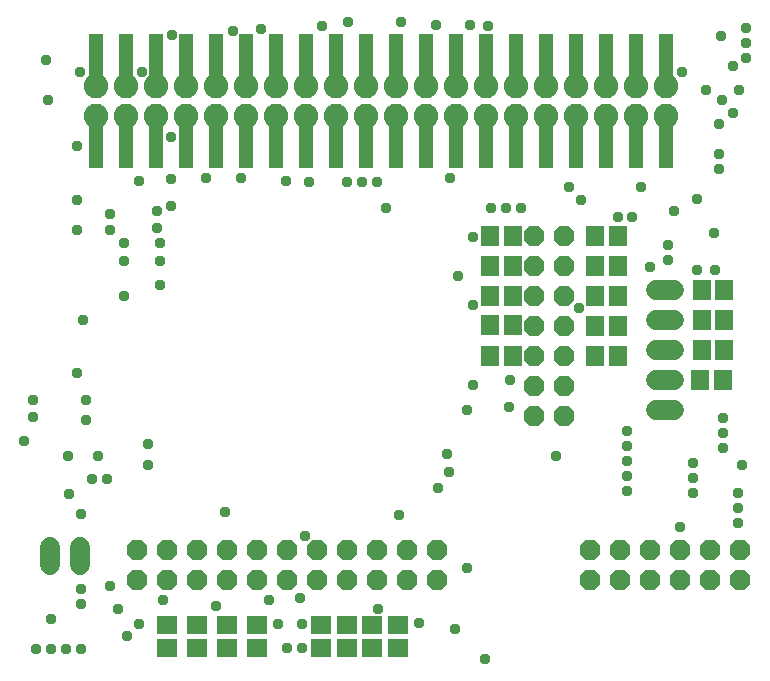
<source format=gbr>
G04 EAGLE Gerber RS-274X export*
G75*
%MOMM*%
%FSLAX34Y34*%
%LPD*%
%INSoldermask Bottom*%
%IPPOS*%
%AMOC8*
5,1,8,0,0,1.08239X$1,22.5*%
G01*
%ADD10C,1.727200*%
%ADD11P,1.869504X8X22.500000*%
%ADD12P,1.869504X8X202.500000*%
%ADD13P,1.869504X8X292.500000*%
%ADD14R,1.193800X4.343400*%
%ADD15R,1.503200X1.803200*%
%ADD16R,1.803200X1.503200*%
%ADD17C,2.082800*%
%ADD18C,0.959600*%


D10*
X557530Y335280D02*
X572770Y335280D01*
X572770Y309880D02*
X557530Y309880D01*
X557530Y284480D02*
X572770Y284480D01*
X572770Y259080D02*
X557530Y259080D01*
X557530Y233680D02*
X572770Y233680D01*
X44450Y118110D02*
X44450Y102870D01*
X69850Y102870D02*
X69850Y118110D01*
D11*
X577850Y115570D03*
X577850Y90170D03*
X603250Y115570D03*
X603250Y90170D03*
X628650Y115570D03*
X628650Y90170D03*
D12*
X552450Y115570D03*
X552450Y90170D03*
X527050Y115570D03*
X527050Y90170D03*
X501650Y115570D03*
X501650Y90170D03*
X219710Y115570D03*
X219710Y90170D03*
X194310Y115570D03*
X194310Y90170D03*
X168910Y115570D03*
X168910Y90170D03*
X143510Y115570D03*
X143510Y90170D03*
X118110Y115570D03*
X118110Y90170D03*
D13*
X454660Y381000D03*
X480060Y381000D03*
X454660Y355600D03*
X480060Y355600D03*
X454660Y330200D03*
X480060Y330200D03*
X454660Y304800D03*
X480060Y304800D03*
X454660Y279400D03*
X480060Y279400D03*
X454660Y254000D03*
X480060Y254000D03*
X454660Y228600D03*
X480060Y228600D03*
D12*
X295910Y115570D03*
X295910Y90170D03*
X270510Y115570D03*
X270510Y90170D03*
X245110Y115570D03*
X245110Y90170D03*
D11*
X321310Y115570D03*
X321310Y90170D03*
X346710Y115570D03*
X346710Y90170D03*
X372110Y115570D03*
X372110Y90170D03*
D14*
X83820Y530987D03*
X83820Y459613D03*
X109220Y530987D03*
X109220Y459613D03*
X134620Y530987D03*
X134620Y459613D03*
X160020Y530987D03*
X160020Y459613D03*
X185420Y530987D03*
X185420Y459613D03*
X210820Y530987D03*
X210820Y459613D03*
X236220Y530987D03*
X236220Y459613D03*
X261620Y530987D03*
X261620Y459613D03*
X287020Y530987D03*
X287020Y459613D03*
X312420Y530987D03*
X312420Y459613D03*
X337820Y530987D03*
X337820Y459613D03*
X363220Y530987D03*
X363220Y459613D03*
X388620Y530987D03*
X388620Y459613D03*
X414020Y530987D03*
X414020Y459613D03*
X439420Y530987D03*
X439420Y459613D03*
X464820Y530987D03*
X464820Y459613D03*
X490220Y530987D03*
X490220Y459613D03*
X515620Y530987D03*
X515620Y459613D03*
X541020Y530987D03*
X541020Y459613D03*
X566420Y530987D03*
X566420Y459613D03*
D15*
X596290Y335280D03*
X615290Y335280D03*
X596290Y309880D03*
X615290Y309880D03*
X596290Y284480D03*
X615290Y284480D03*
X595020Y259080D03*
X614020Y259080D03*
D16*
X274320Y51410D03*
X274320Y32410D03*
X295910Y51410D03*
X295910Y32410D03*
X317500Y51410D03*
X317500Y32410D03*
X339090Y32410D03*
X339090Y51410D03*
X219710Y51410D03*
X219710Y32410D03*
X194310Y51410D03*
X194310Y32410D03*
X168910Y51410D03*
X168910Y32410D03*
X143510Y51410D03*
X143510Y32410D03*
D15*
X436220Y355600D03*
X417220Y355600D03*
X436220Y330200D03*
X417220Y330200D03*
X436220Y306070D03*
X417220Y306070D03*
X436220Y279400D03*
X417220Y279400D03*
X506120Y279400D03*
X525120Y279400D03*
X506120Y304800D03*
X525120Y304800D03*
X506120Y330200D03*
X525120Y330200D03*
X506120Y355600D03*
X525120Y355600D03*
X436220Y381000D03*
X417220Y381000D03*
X506120Y381000D03*
X525120Y381000D03*
D17*
X83820Y508000D03*
X83820Y482600D03*
X109220Y508000D03*
X109220Y482600D03*
X134620Y508000D03*
X134620Y482600D03*
X160020Y508000D03*
X160020Y482600D03*
X185420Y508000D03*
X185420Y482600D03*
X210820Y508000D03*
X210820Y482600D03*
X236220Y508000D03*
X236220Y482600D03*
X261620Y508000D03*
X261620Y482600D03*
X287020Y508000D03*
X287020Y482600D03*
X312420Y508000D03*
X312420Y482600D03*
X337820Y508000D03*
X337820Y482600D03*
X363220Y508000D03*
X363220Y482600D03*
X388620Y508000D03*
X388620Y482600D03*
X414020Y508000D03*
X414020Y482600D03*
X439420Y508000D03*
X439420Y482600D03*
X464820Y508000D03*
X464820Y482600D03*
X490220Y508000D03*
X490220Y482600D03*
X515620Y508000D03*
X515620Y482600D03*
X541020Y508000D03*
X541020Y482600D03*
X566420Y508000D03*
X566420Y482600D03*
D18*
X92500Y175000D03*
X107500Y375000D03*
X135000Y402500D03*
X95000Y84960D03*
X107500Y360000D03*
X135000Y387500D03*
X185000Y67500D03*
X230000Y72500D03*
X237500Y52500D03*
X257500Y52500D03*
X257500Y32500D03*
X22500Y207500D03*
X41230Y529960D03*
X147500Y551190D03*
X140000Y72500D03*
X60000Y195000D03*
X30000Y242500D03*
X122500Y520000D03*
X472500Y195000D03*
X30000Y227500D03*
X67500Y265000D03*
X72500Y310000D03*
X137500Y375000D03*
X492500Y320000D03*
X371200Y560000D03*
X390000Y347500D03*
X402500Y322500D03*
X577500Y135000D03*
X630000Y187500D03*
X627500Y505000D03*
X612500Y550000D03*
X580000Y520000D03*
X592500Y352500D03*
X622500Y485000D03*
X622500Y525000D03*
X552500Y355000D03*
X525000Y397500D03*
X592500Y412500D03*
X600000Y505000D03*
X415630Y558770D03*
X75000Y225000D03*
X127500Y205000D03*
X67500Y457500D03*
X120000Y427500D03*
X382380Y180910D03*
X533400Y215900D03*
X533400Y203200D03*
X533400Y190500D03*
X533400Y177800D03*
X533400Y165100D03*
X328930Y405130D03*
X321310Y426720D03*
X308610Y426720D03*
X295910Y426720D03*
X95250Y400050D03*
X95250Y386080D03*
X67310Y411480D03*
X67310Y386080D03*
X633730Y557530D03*
X633730Y544830D03*
X633730Y532130D03*
X610870Y438150D03*
X610870Y450850D03*
X610870Y476250D03*
X417830Y405130D03*
X430530Y405130D03*
X443230Y405130D03*
X483870Y422910D03*
X494030Y411480D03*
X567690Y373380D03*
X567690Y360680D03*
X607060Y383540D03*
X614680Y227330D03*
X614680Y214630D03*
X614680Y201930D03*
X589280Y189230D03*
X589280Y176530D03*
X589280Y163830D03*
X627380Y163830D03*
X627380Y151130D03*
X627380Y138430D03*
X387350Y48260D03*
X356870Y53340D03*
X256540Y74930D03*
X71120Y31750D03*
X58420Y31750D03*
X45720Y31750D03*
X33020Y31750D03*
X71120Y82550D03*
X71120Y69850D03*
X45720Y57150D03*
X176530Y430530D03*
X400050Y560070D03*
X264160Y426720D03*
X383540Y430530D03*
X613410Y496570D03*
X572770Y402590D03*
X147320Y464820D03*
X412750Y22860D03*
X373380Y167640D03*
X71120Y146050D03*
X60960Y162560D03*
X381000Y196850D03*
X397510Y233680D03*
X402590Y255270D03*
X434340Y259080D03*
X433070Y236220D03*
X147320Y429260D03*
X147320Y406400D03*
X199390Y554990D03*
X297180Y562610D03*
X341630Y562610D03*
X223520Y556260D03*
X607500Y352500D03*
X537500Y397500D03*
X127500Y187500D03*
X85000Y195000D03*
X120000Y52500D03*
X80000Y175000D03*
X402500Y380000D03*
X545000Y422500D03*
X322500Y65000D03*
X70000Y520000D03*
X75000Y242500D03*
X192380Y147500D03*
X260000Y127500D03*
X102500Y65000D03*
X107500Y330000D03*
X137500Y360000D03*
X206150Y430000D03*
X243930Y427460D03*
X397500Y100000D03*
X340000Y145000D03*
X137500Y340000D03*
X245000Y32500D03*
X110000Y42500D03*
X42500Y496150D03*
X274610Y558770D03*
M02*

</source>
